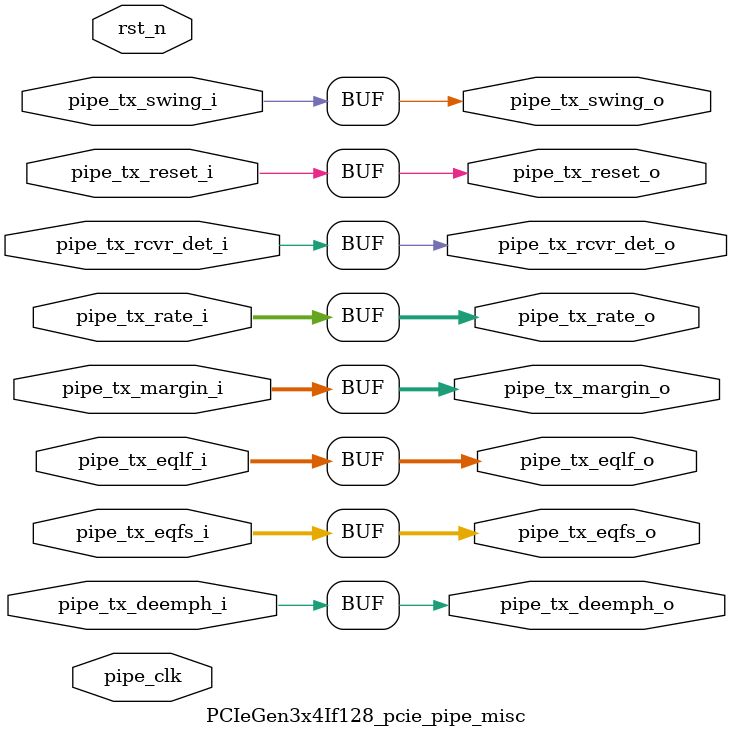
<source format=v>

`timescale 1ps/1ps

module PCIeGen3x4If128_pcie_pipe_misc #
(
  parameter        TCQ = 100,
  parameter        PIPE_PIPELINE_STAGES = 0    // 0 - 0 stages, 1 - 1 stage, 2 - 2 stages
) (

  input   wire        pipe_tx_rcvr_det_i      ,     // PIPE Tx Receiver Detect
  input   wire        pipe_tx_reset_i         ,     // PIPE Tx Reset
  input   wire [1:0]  pipe_tx_rate_i          ,     // PIPE Tx Rate
  input   wire        pipe_tx_deemph_i        ,     // PIPE Tx Deemphasis
  input   wire [2:0]  pipe_tx_margin_i        ,     // PIPE Tx Margin
  input   wire        pipe_tx_swing_i         ,     // PIPE Tx Swing
  input   wire [5:0]  pipe_tx_eqfs_i          ,     // PIPE Tx
  input   wire [5:0]  pipe_tx_eqlf_i          ,     // PIPE Tx
  output  wire        pipe_tx_rcvr_det_o      ,     // Pipelined PIPE Tx Receiver Detect
  output  wire        pipe_tx_reset_o         ,     // Pipelined PIPE Tx Reset
  output  wire [1:0]  pipe_tx_rate_o          ,     // Pipelined PIPE Tx Rate
  output  wire        pipe_tx_deemph_o        ,     // Pipelined PIPE Tx Deemphasis
  output  wire [2:0]  pipe_tx_margin_o        ,     // Pipelined PIPE Tx Margin
  output  wire        pipe_tx_swing_o         ,     // Pipelined PIPE Tx Swing
  output wire [5:0]  pipe_tx_eqfs_o           ,     // PIPE Tx
  output wire [5:0]  pipe_tx_eqlf_o           ,     // PIPE Tx

  input   wire        pipe_clk                ,     // PIPE Clock
  input   wire        rst_n                         // Reset
);

  //******************************************************************//
  // Reality check.                                                   //
  //******************************************************************//

  reg                pipe_tx_rcvr_det_q       ;
  reg                pipe_tx_reset_q          ;
  reg [1:0]          pipe_tx_rate_q           ;
  reg                pipe_tx_deemph_q         ;
  reg [2:0]          pipe_tx_margin_q         ;
  reg                pipe_tx_swing_q          ;
  reg                pipe_tx_eqfs_q          ;
  reg                pipe_tx_eqlf_q          ;

  reg                pipe_tx_rcvr_det_qq      ;
  reg                pipe_tx_reset_qq         ;
  reg [1:0]          pipe_tx_rate_qq          ;
  reg                pipe_tx_deemph_qq        ;
  reg [2:0]          pipe_tx_margin_qq        ;
  reg                pipe_tx_swing_qq         ;
  reg                pipe_tx_eqfs_qq          ;
  reg                pipe_tx_eqlf_qq          ;


  generate

  if (PIPE_PIPELINE_STAGES == 0) begin : pipe_stages_0

      assign pipe_tx_rcvr_det_o = pipe_tx_rcvr_det_i;
      assign pipe_tx_reset_o    = pipe_tx_reset_i;
      assign pipe_tx_rate_o     = pipe_tx_rate_i;
      assign pipe_tx_deemph_o   = pipe_tx_deemph_i;
      assign pipe_tx_margin_o   = pipe_tx_margin_i;
      assign pipe_tx_swing_o    = pipe_tx_swing_i;
      assign pipe_tx_eqfs_o     = pipe_tx_eqfs_i;
      assign pipe_tx_eqlf_o     = pipe_tx_eqlf_i;

  end // if (PIPE_PIPELINE_STAGES == 0)
  else if (PIPE_PIPELINE_STAGES == 1) begin : pipe_stages_1

    always @(posedge pipe_clk) begin

      if (!rst_n)
      begin

        pipe_tx_rcvr_det_q <= #TCQ 1'b0;
        pipe_tx_reset_q    <= #TCQ 1'b1;
        pipe_tx_rate_q     <= #TCQ 2'b0;
        pipe_tx_deemph_q   <= #TCQ 1'b1;
        pipe_tx_margin_q   <= #TCQ 3'b0;
        pipe_tx_swing_q    <= #TCQ 1'b0;
        pipe_tx_eqfs_q     <= #TCQ 5'b0;
        pipe_tx_eqlf_q     <= #TCQ 5'b0;

      end
      else
      begin

        pipe_tx_rcvr_det_q <= #TCQ pipe_tx_rcvr_det_i;
        pipe_tx_reset_q    <= #TCQ pipe_tx_reset_i;
        pipe_tx_rate_q     <= #TCQ pipe_tx_rate_i;
        pipe_tx_deemph_q   <= #TCQ pipe_tx_deemph_i;
        pipe_tx_margin_q   <= #TCQ pipe_tx_margin_i;
        pipe_tx_swing_q    <= #TCQ pipe_tx_swing_i;
        pipe_tx_eqfs_q     <= #TCQ pipe_tx_eqfs_i;
        pipe_tx_eqlf_q     <= #TCQ pipe_tx_eqlf_i;

      end

    end

    assign pipe_tx_rcvr_det_o = pipe_tx_rcvr_det_q;
    assign pipe_tx_reset_o    = pipe_tx_reset_q;
    assign pipe_tx_rate_o     = pipe_tx_rate_q;
    assign pipe_tx_deemph_o   = pipe_tx_deemph_q;
    assign pipe_tx_margin_o   = pipe_tx_margin_q;
    assign pipe_tx_swing_o    = pipe_tx_swing_q;
    assign pipe_tx_eqfs_o     = pipe_tx_eqfs_q;
    assign pipe_tx_eqlf_o     = pipe_tx_eqlf_q;

  end // if (PIPE_PIPELINE_STAGES == 1)
  else if (PIPE_PIPELINE_STAGES == 2) begin : pipe_stages_2

    always @(posedge pipe_clk) begin

      if (!rst_n)
      begin

        pipe_tx_rcvr_det_q  <= #TCQ 1'b0;
        pipe_tx_reset_q     <= #TCQ 1'b1;
        pipe_tx_rate_q      <= #TCQ 2'b0;
        pipe_tx_deemph_q    <= #TCQ 1'b1;
        pipe_tx_margin_q    <= #TCQ 1'b0;
        pipe_tx_swing_q     <= #TCQ 1'b0;
        pipe_tx_eqfs_q      <= #TCQ 5'b0;
        pipe_tx_eqlf_q      <= #TCQ 5'b0;

        pipe_tx_rcvr_det_qq <= #TCQ 1'b0;
        pipe_tx_reset_qq    <= #TCQ 1'b1;
        pipe_tx_rate_qq     <= #TCQ 2'b0;
        pipe_tx_deemph_qq   <= #TCQ 1'b1;
        pipe_tx_margin_qq   <= #TCQ 1'b0;
        pipe_tx_swing_qq    <= #TCQ 1'b0;
        pipe_tx_eqfs_qq     <= #TCQ 5'b0;
        pipe_tx_eqlf_qq     <= #TCQ 5'b0;

      end
      else
      begin

        pipe_tx_rcvr_det_q  <= #TCQ pipe_tx_rcvr_det_i;
        pipe_tx_reset_q     <= #TCQ pipe_tx_reset_i;
        pipe_tx_rate_q      <= #TCQ pipe_tx_rate_i;
        pipe_tx_deemph_q    <= #TCQ pipe_tx_deemph_i;
        pipe_tx_margin_q    <= #TCQ pipe_tx_margin_i;
        pipe_tx_swing_q     <= #TCQ pipe_tx_swing_i;
        pipe_tx_eqfs_q      <= #TCQ pipe_tx_eqfs_i;
        pipe_tx_eqlf_q      <= #TCQ pipe_tx_eqlf_i;

        pipe_tx_rcvr_det_qq <= #TCQ pipe_tx_rcvr_det_q;
        pipe_tx_reset_qq    <= #TCQ pipe_tx_reset_q;
        pipe_tx_rate_qq     <= #TCQ pipe_tx_rate_q;
        pipe_tx_deemph_qq   <= #TCQ pipe_tx_deemph_q;
        pipe_tx_margin_qq   <= #TCQ pipe_tx_margin_q;
        pipe_tx_swing_qq    <= #TCQ pipe_tx_swing_q;
        pipe_tx_eqfs_qq     <= #TCQ pipe_tx_eqfs_q;
        pipe_tx_eqlf_qq     <= #TCQ pipe_tx_eqlf_q;

      end

    end

    assign pipe_tx_rcvr_det_o = pipe_tx_rcvr_det_qq;
    assign pipe_tx_reset_o    = pipe_tx_reset_qq;
    assign pipe_tx_rate_o     = pipe_tx_rate_qq;
    assign pipe_tx_deemph_o   = pipe_tx_deemph_qq;
    assign pipe_tx_margin_o   = pipe_tx_margin_qq;
    assign pipe_tx_swing_o    = pipe_tx_swing_qq;
    assign pipe_tx_eqfs_o     = pipe_tx_eqfs_qq;
    assign pipe_tx_eqlf_o     = pipe_tx_eqlf_qq;

  end // if (PIPE_PIPELINE_STAGES == 2)

  // Default to zero pipeline stages if PIPE_PIPELINE_STAGES != 0,1,2
  else begin
    assign pipe_tx_rcvr_det_o = pipe_tx_rcvr_det_i;
    assign pipe_tx_reset_o    = pipe_tx_reset_i;
    assign pipe_tx_rate_o     = pipe_tx_rate_i;
    assign pipe_tx_deemph_o   = pipe_tx_deemph_i;
    assign pipe_tx_margin_o   = pipe_tx_margin_i;
    assign pipe_tx_swing_o    = pipe_tx_swing_i;
    assign pipe_tx_eqfs_o     = pipe_tx_eqfs_i;
    assign pipe_tx_eqlf_o     = pipe_tx_eqlf_i;
  end
  endgenerate

endmodule


</source>
